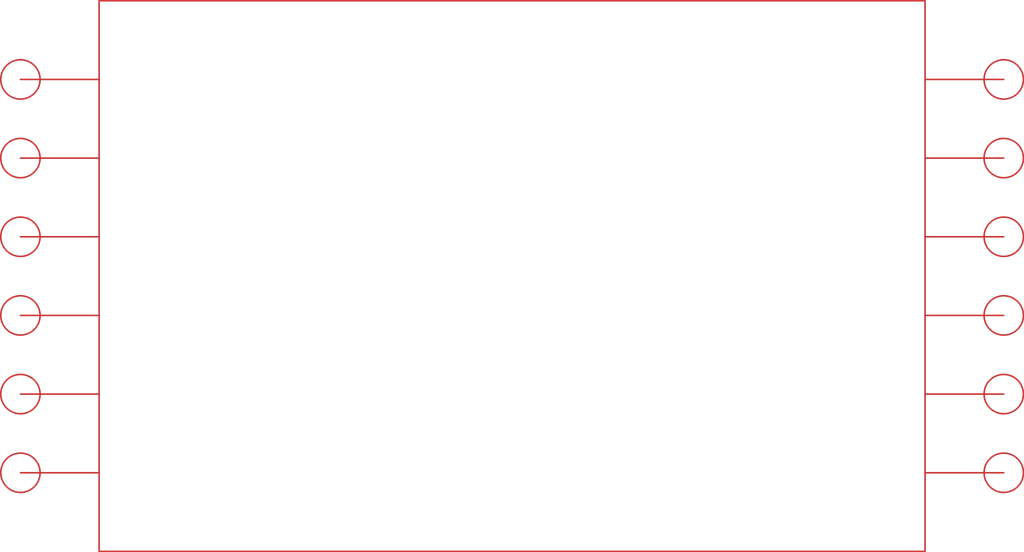
<source format=kicad_pcb>
(kicad_pcb (version 20221018) (generator pcbnew)

  (general
    (thickness 1.6)
  )

  (paper "A4")
  (layers
    (0 "F.Cu" signal)
    (31 "B.Cu" signal)
    (32 "B.Adhes" user "B.Adhesive")
    (33 "F.Adhes" user "F.Adhesive")
    (34 "B.Paste" user)
    (35 "F.Paste" user)
    (36 "B.SilkS" user "B.Silkscreen")
    (37 "F.SilkS" user "F.Silkscreen")
    (38 "B.Mask" user)
    (39 "F.Mask" user)
    (40 "Dwgs.User" user "User.Drawings")
    (41 "Cmts.User" user "User.Comments")
    (42 "Eco1.User" user "User.Eco1")
    (43 "Eco2.User" user "User.Eco2")
    (44 "Edge.Cuts" user)
    (45 "Margin" user)
    (46 "B.CrtYd" user "B.Courtyard")
    (47 "F.CrtYd" user "F.Courtyard")
    (48 "B.Fab" user)
    (49 "F.Fab" user)
    (50 "User.1" user)
    (51 "User.2" user)
    (52 "User.3" user)
    (53 "User.4" user)
    (54 "User.5" user)
    (55 "User.6" user)
    (56 "User.7" user)
    (57 "User.8" user)
    (58 "User.9" user)
  )

  (setup
    (stackup
      (layer "F.SilkS" (type "Top Silk Screen"))
      (layer "F.Paste" (type "Top Solder Paste"))
      (layer "F.Mask" (type "Top Solder Mask") (thickness 0.01))
      (layer "F.Cu" (type "copper") (thickness 0.035))
      (layer "dielectric 1" (type "core") (thickness 1.51) (material "FR4") (epsilon_r 4.5) (loss_tangent 0.02))
      (layer "B.Cu" (type "copper") (thickness 0.035))
      (layer "B.Mask" (type "Bottom Solder Mask") (thickness 0.01))
      (layer "B.Paste" (type "Bottom Solder Paste"))
      (layer "B.SilkS" (type "Bottom Silk Screen"))
      (copper_finish "None")
      (dielectric_constraints no)
    )
    (pad_to_mask_clearance 0)
    (pcbplotparams
      (layerselection 0x00010fc_ffffffff)
      (plot_on_all_layers_selection 0x0000000_00000000)
      (disableapertmacros false)
      (usegerberextensions false)
      (usegerberattributes true)
      (usegerberadvancedattributes true)
      (creategerberjobfile true)
      (dashed_line_dash_ratio 12.000000)
      (dashed_line_gap_ratio 3.000000)
      (svgprecision 4)
      (plotframeref false)
      (viasonmask false)
      (mode 1)
      (useauxorigin false)
      (hpglpennumber 1)
      (hpglpenspeed 20)
      (hpglpendiameter 15.000000)
      (dxfpolygonmode true)
      (dxfimperialunits true)
      (dxfusepcbnewfont true)
      (psnegative false)
      (psa4output false)
      (plotreference true)
      (plotvalue true)
      (plotinvisibletext false)
      (sketchpadsonfab false)
      (subtractmaskfromsilk false)
      (outputformat 1)
      (mirror false)
      (drillshape 1)
      (scaleselection 1)
      (outputdirectory "")
    )
  )

  (net 0 "")

  (gr_line (start 101.6 106.68) (end 91.44 106.68)
    (stroke (width 0.2) (type default)) (layer "F.Cu") (tstamp 05412aee-4dc5-4bd5-8b2d-0ae558c8cdf2))
  (gr_circle (center 218.44 106.68) (end 220.98 106.68)
    (stroke (width 0.2) (type default)) (fill none) (layer "F.Cu") (tstamp 09c9c7dc-ed7a-4645-b4c4-46c89f98eba7))
  (gr_circle (center 91.44 76.2) (end 93.98 76.2)
    (stroke (width 0.2) (type default)) (fill none) (layer "F.Cu") (tstamp 2dc7cb52-9d67-4acd-bdf0-266f98fe6bae))
  (gr_line (start 101.6 86.36) (end 91.44 86.36)
    (stroke (width 0.2) (type default)) (layer "F.Cu") (tstamp 3fc9425c-e23f-458b-8652-227f49059472))
  (gr_circle (center 91.44 106.68) (end 93.98 106.68)
    (stroke (width 0.2) (type default)) (fill none) (layer "F.Cu") (tstamp 44bf7a90-3bd5-48ad-90ea-021f2e09442a))
  (gr_rect (start 101.6 55.88) (end 208.28 127)
    (stroke (width 0.2) (type default)) (fill none) (layer "F.Cu") (tstamp 51aaa3d5-d12b-493c-a08d-4d22dddb9f52))
  (gr_line (start 101.6 96.52) (end 91.44 96.52)
    (stroke (width 0.2) (type default)) (layer "F.Cu") (tstamp 5522f35f-a654-434a-aa1b-9f2db494a542))
  (gr_circle (center 218.44 76.2) (end 220.98 76.2)
    (stroke (width 0.2) (type default)) (fill none) (layer "F.Cu") (tstamp 5a6718fa-9265-4891-af26-bce5d484b31d))
  (gr_circle (center 218.44 86.36) (end 220.98 86.36)
    (stroke (width 0.2) (type default)) (fill none) (layer "F.Cu") (tstamp 642d24ca-b1f7-436e-b61a-e5d8540b603d))
  (gr_circle (center 218.44 116.84) (end 220.98 116.84)
    (stroke (width 0.2) (type default)) (fill none) (layer "F.Cu") (tstamp 71bf93d0-ce44-4b9d-a523-c40a02c23681))
  (gr_line (start 101.6 116.84) (end 91.44 116.84)
    (stroke (width 0.2) (type default)) (layer "F.Cu") (tstamp 7b03c0ad-8f40-4a30-a2bc-b5d6eb81694d))
  (gr_circle (center 218.44 96.52) (end 220.98 96.52)
    (stroke (width 0.2) (type default)) (fill none) (layer "F.Cu") (tstamp 868887ae-b545-45e1-b0f8-5a59acf64a6b))
  (gr_line (start 218.44 116.84) (end 208.28 116.84)
    (stroke (width 0.2) (type default)) (layer "F.Cu") (tstamp 88cf68c7-f171-453a-bd57-3a2c66858faa))
  (gr_circle (center 91.44 96.52) (end 93.98 96.52)
    (stroke (width 0.2) (type default)) (fill none) (layer "F.Cu") (tstamp 90f5db27-f408-4bdb-819d-1665dedc8299))
  (gr_circle (center 91.44 86.36) (end 93.98 86.36)
    (stroke (width 0.2) (type default)) (fill none) (layer "F.Cu") (tstamp 9d75d372-78a9-45e6-bf57-084f15c49b12))
  (gr_line (start 101.6 66.04) (end 91.44 66.04)
    (stroke (width 0.2) (type default)) (layer "F.Cu") (tstamp b619baf0-568d-4201-bc21-ba670a2ee736))
  (gr_line (start 218.44 96.52) (end 208.28 96.52)
    (stroke (width 0.2) (type default)) (layer "F.Cu") (tstamp b783014e-765f-47ee-9022-20df06e1bc90))
  (gr_line (start 218.44 66.04) (end 208.28 66.04)
    (stroke (width 0.2) (type default)) (layer "F.Cu") (tstamp c4cdc458-66c5-4689-b7d8-b49385dbd27f))
  (gr_circle (center 218.44 66.04) (end 220.98 66.04)
    (stroke (width 0.2) (type default)) (fill none) (layer "F.Cu") (tstamp d18050b0-47a5-48ae-a1b8-57b4993f8e7f))
  (gr_line (start 101.6 76.2) (end 91.44 76.2)
    (stroke (width 0.2) (type default)) (layer "F.Cu") (tstamp e191b231-72ce-48be-828d-f9275c5f0a46))
  (gr_circle (center 91.44 116.84) (end 93.98 116.84)
    (stroke (width 0.2) (type default)) (fill none) (layer "F.Cu") (tstamp e3a90c87-d0e3-4f8b-98ee-cb787da8e4c5))
  (gr_circle (center 91.44 66.04) (end 93.98 66.04)
    (stroke (width 0.2) (type default)) (fill none) (layer "F.Cu") (tstamp e61685cd-4a56-4944-9fc3-3c03ad6e9001))
  (gr_line (start 218.44 106.68) (end 208.28 106.68)
    (stroke (width 0.2) (type default)) (layer "F.Cu") (tstamp eed7eee2-0e0e-4959-ae05-2c203cec2b87))
  (gr_line (start 218.44 76.2) (end 208.28 76.2)
    (stroke (width 0.2) (type default)) (layer "F.Cu") (tstamp f1cf0d5e-f9f9-45fe-8f24-2f3f158cc944))
  (gr_line (start 218.44 86.36) (end 208.28 86.36)
    (stroke (width 0.2) (type default)) (layer "F.Cu") (tstamp fdd8a58f-3e44-450b-9984-ce78fbdce155))

)

</source>
